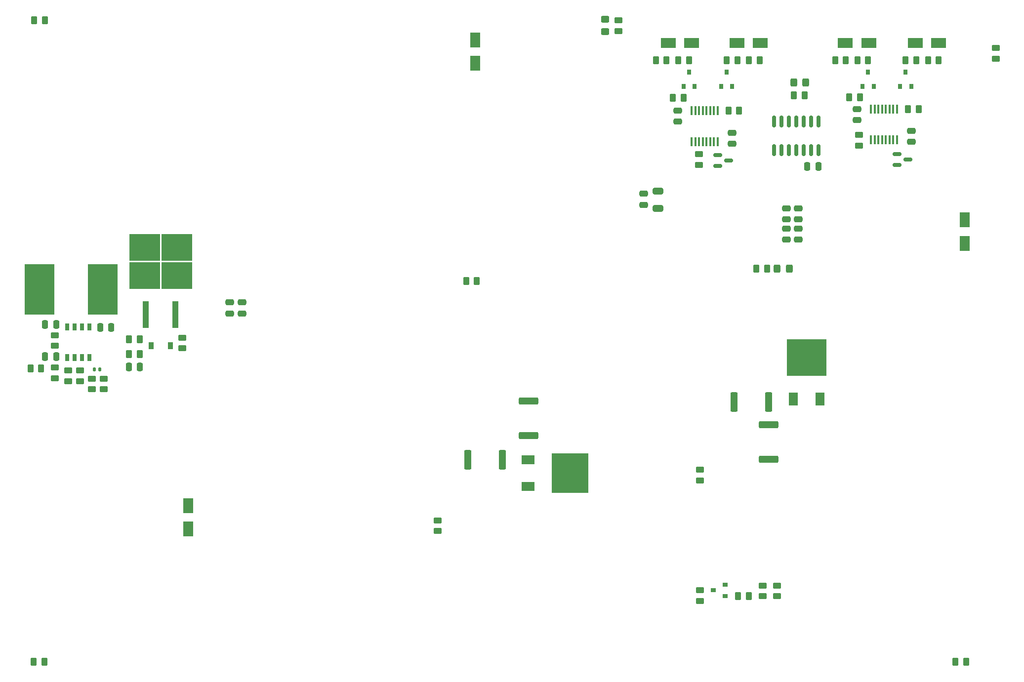
<source format=gtp>
G04 #@! TF.GenerationSoftware,KiCad,Pcbnew,(6.0.6)*
G04 #@! TF.CreationDate,2023-04-23T19:49:20-02:30*
G04 #@! TF.ProjectId,PowerDistributionBoard,506f7765-7244-4697-9374-726962757469,rev?*
G04 #@! TF.SameCoordinates,Original*
G04 #@! TF.FileFunction,Paste,Top*
G04 #@! TF.FilePolarity,Positive*
%FSLAX46Y46*%
G04 Gerber Fmt 4.6, Leading zero omitted, Abs format (unit mm)*
G04 Created by KiCad (PCBNEW (6.0.6)) date 2023-04-23 19:49:20*
%MOMM*%
%LPD*%
G01*
G04 APERTURE LIST*
G04 Aperture macros list*
%AMRoundRect*
0 Rectangle with rounded corners*
0 $1 Rounding radius*
0 $2 $3 $4 $5 $6 $7 $8 $9 X,Y pos of 4 corners*
0 Add a 4 corners polygon primitive as box body*
4,1,4,$2,$3,$4,$5,$6,$7,$8,$9,$2,$3,0*
0 Add four circle primitives for the rounded corners*
1,1,$1+$1,$2,$3*
1,1,$1+$1,$4,$5*
1,1,$1+$1,$6,$7*
1,1,$1+$1,$8,$9*
0 Add four rect primitives between the rounded corners*
20,1,$1+$1,$2,$3,$4,$5,0*
20,1,$1+$1,$4,$5,$6,$7,0*
20,1,$1+$1,$6,$7,$8,$9,0*
20,1,$1+$1,$8,$9,$2,$3,0*%
G04 Aperture macros list end*
%ADD10R,1.800000X2.500000*%
%ADD11RoundRect,0.150000X-0.587500X-0.150000X0.587500X-0.150000X0.587500X0.150000X-0.587500X0.150000X0*%
%ADD12RoundRect,0.250000X-0.450000X0.262500X-0.450000X-0.262500X0.450000X-0.262500X0.450000X0.262500X0*%
%ADD13RoundRect,0.250000X1.425000X-0.362500X1.425000X0.362500X-1.425000X0.362500X-1.425000X-0.362500X0*%
%ADD14R,2.500000X1.800000*%
%ADD15RoundRect,0.250000X-0.475000X0.250000X-0.475000X-0.250000X0.475000X-0.250000X0.475000X0.250000X0*%
%ADD16R,0.410000X1.600000*%
%ADD17RoundRect,0.250000X0.262500X0.450000X-0.262500X0.450000X-0.262500X-0.450000X0.262500X-0.450000X0*%
%ADD18RoundRect,0.250000X0.325000X0.450000X-0.325000X0.450000X-0.325000X-0.450000X0.325000X-0.450000X0*%
%ADD19RoundRect,0.250000X-0.262500X-0.450000X0.262500X-0.450000X0.262500X0.450000X-0.262500X0.450000X0*%
%ADD20R,0.800000X0.900000*%
%ADD21RoundRect,0.147500X-0.147500X-0.172500X0.147500X-0.172500X0.147500X0.172500X-0.147500X0.172500X0*%
%ADD22RoundRect,0.250000X0.450000X-0.262500X0.450000X0.262500X-0.450000X0.262500X-0.450000X-0.262500X0*%
%ADD23RoundRect,0.250000X0.250000X0.475000X-0.250000X0.475000X-0.250000X-0.475000X0.250000X-0.475000X0*%
%ADD24RoundRect,0.250000X0.475000X-0.250000X0.475000X0.250000X-0.475000X0.250000X-0.475000X-0.250000X0*%
%ADD25R,0.900000X0.800000*%
%ADD26R,5.200000X8.750000*%
%ADD27R,6.230000X6.740000*%
%ADD28R,2.280000X1.524000*%
%ADD29RoundRect,0.250000X0.450000X-0.325000X0.450000X0.325000X-0.450000X0.325000X-0.450000X-0.325000X0*%
%ADD30R,6.740000X6.230000*%
%ADD31R,1.524000X2.280000*%
%ADD32RoundRect,0.150000X-0.150000X0.825000X-0.150000X-0.825000X0.150000X-0.825000X0.150000X0.825000X0*%
%ADD33RoundRect,0.250000X-0.362500X-1.425000X0.362500X-1.425000X0.362500X1.425000X-0.362500X1.425000X0*%
%ADD34R,0.900000X1.200000*%
%ADD35R,5.250000X4.550000*%
%ADD36R,1.100000X4.600000*%
%ADD37RoundRect,0.250000X-1.425000X0.362500X-1.425000X-0.362500X1.425000X-0.362500X1.425000X0.362500X0*%
%ADD38RoundRect,0.250000X-0.250000X-0.475000X0.250000X-0.475000X0.250000X0.475000X-0.250000X0.475000X0*%
%ADD39RoundRect,0.250000X-0.650000X0.325000X-0.650000X-0.325000X0.650000X-0.325000X0.650000X0.325000X0*%
%ADD40R,0.762000X1.143000*%
G04 APERTURE END LIST*
D10*
X76575000Y-117250000D03*
X76575000Y-113250000D03*
D11*
X198062500Y-54880000D03*
X198062500Y-52980000D03*
X199937500Y-53930000D03*
D12*
X62125000Y-91462500D03*
X62125000Y-93287500D03*
D13*
X134925000Y-101212500D03*
X134925000Y-95287500D03*
D14*
X205225000Y-33950000D03*
X201225000Y-33950000D03*
D15*
X83700000Y-78400000D03*
X83700000Y-80300000D03*
D16*
X193617500Y-50559300D03*
X194252500Y-50559300D03*
X194887500Y-50559300D03*
X195522500Y-50559300D03*
X196157500Y-50559300D03*
X196792500Y-50559300D03*
X197427500Y-50559300D03*
X198062500Y-50559300D03*
X198062500Y-45250700D03*
X197427500Y-45250700D03*
X196792500Y-45250700D03*
X196157500Y-45250700D03*
X195522500Y-45250700D03*
X194887500Y-45250700D03*
X194252500Y-45250700D03*
X193617500Y-45250700D03*
D17*
X209937500Y-140000000D03*
X208112500Y-140000000D03*
X201802500Y-45255000D03*
X199977500Y-45255000D03*
D18*
X182437500Y-40700000D03*
X180387500Y-40700000D03*
D15*
X154675000Y-59775000D03*
X154675000Y-61675000D03*
D17*
X170712500Y-36900000D03*
X168887500Y-36900000D03*
D19*
X66462500Y-84700000D03*
X68287500Y-84700000D03*
D20*
X192190000Y-41345000D03*
X194090000Y-41345000D03*
X193140000Y-38945000D03*
D21*
X60515000Y-89850000D03*
X61485000Y-89850000D03*
D22*
X150350000Y-31862500D03*
X150350000Y-30037500D03*
X60100000Y-93287500D03*
X60100000Y-91462500D03*
D23*
X184600000Y-55125000D03*
X182700000Y-55125000D03*
D24*
X160520000Y-47415000D03*
X160520000Y-45515000D03*
D22*
X164150000Y-54812500D03*
X164150000Y-52987500D03*
D15*
X179100000Y-62275000D03*
X179100000Y-64175000D03*
D20*
X198615000Y-41345000D03*
X200515000Y-41345000D03*
X199565000Y-38945000D03*
D24*
X179100000Y-67650000D03*
X179100000Y-65750000D03*
D17*
X205240000Y-36900000D03*
X203415000Y-36900000D03*
X201390000Y-36900000D03*
X199565000Y-36900000D03*
D10*
X125800000Y-37425000D03*
X125800000Y-33425000D03*
D25*
X168625000Y-128725000D03*
X168625000Y-126825000D03*
X166625000Y-127775000D03*
D19*
X170862500Y-128725000D03*
X172687500Y-128725000D03*
X187502500Y-36900000D03*
X189327500Y-36900000D03*
D17*
X171012500Y-45500000D03*
X169187500Y-45500000D03*
D26*
X61925000Y-76175000D03*
X51125000Y-76175000D03*
D22*
X119400000Y-117587500D03*
X119400000Y-115762500D03*
X75625000Y-86262500D03*
X75625000Y-84437500D03*
D19*
X156775000Y-36900000D03*
X158600000Y-36900000D03*
D27*
X142040000Y-107650000D03*
D28*
X134895000Y-105370000D03*
X134895000Y-109930000D03*
D19*
X50137500Y-140000000D03*
X51962500Y-140000000D03*
D14*
X174675000Y-33950000D03*
X170675000Y-33950000D03*
X162875000Y-33950000D03*
X158875000Y-33950000D03*
D15*
X85850000Y-78400000D03*
X85850000Y-80300000D03*
D29*
X148025000Y-31937500D03*
X148025000Y-29887500D03*
D12*
X56025000Y-90087500D03*
X56025000Y-91912500D03*
X177525000Y-126937500D03*
X177525000Y-128762500D03*
D23*
X68325000Y-89475000D03*
X66425000Y-89475000D03*
D30*
X182625000Y-87860000D03*
D31*
X180345000Y-95005000D03*
X184905000Y-95005000D03*
D32*
X184610000Y-47350000D03*
X183340000Y-47350000D03*
X182070000Y-47350000D03*
X180800000Y-47350000D03*
X179530000Y-47350000D03*
X178260000Y-47350000D03*
X176990000Y-47350000D03*
X176990000Y-52300000D03*
X178260000Y-52300000D03*
X179530000Y-52300000D03*
X180800000Y-52300000D03*
X182070000Y-52300000D03*
X183340000Y-52300000D03*
X184610000Y-52300000D03*
D19*
X160600000Y-36900000D03*
X162425000Y-36900000D03*
D22*
X164350000Y-108900000D03*
X164350000Y-107075000D03*
D19*
X50225000Y-30000000D03*
X52050000Y-30000000D03*
D22*
X58050000Y-91912500D03*
X58050000Y-90087500D03*
D20*
X161485000Y-41345000D03*
X163385000Y-41345000D03*
X162435000Y-38945000D03*
D33*
X170187500Y-95475000D03*
X176112500Y-95475000D03*
D19*
X159662500Y-43300000D03*
X161487500Y-43300000D03*
D33*
X124537500Y-105350000D03*
X130462500Y-105350000D03*
D24*
X191265000Y-47155000D03*
X191265000Y-45255000D03*
D22*
X191550000Y-51537500D03*
X191550000Y-49712500D03*
D17*
X68287500Y-87300000D03*
X66462500Y-87300000D03*
D14*
X193250000Y-33950000D03*
X189250000Y-33950000D03*
D34*
X70225000Y-85850000D03*
X73525000Y-85850000D03*
D12*
X215000000Y-34787500D03*
X215000000Y-36612500D03*
D35*
X69125000Y-68950000D03*
X74675000Y-68950000D03*
X74675000Y-73800000D03*
X69125000Y-73800000D03*
D36*
X69360000Y-80525000D03*
X74440000Y-80525000D03*
D17*
X174537500Y-36900000D03*
X172712500Y-36900000D03*
D24*
X169785000Y-51195000D03*
X169785000Y-49295000D03*
X200515000Y-50900000D03*
X200515000Y-49000000D03*
D15*
X181175000Y-65750000D03*
X181175000Y-67650000D03*
D12*
X53775000Y-89562500D03*
X53775000Y-91387500D03*
D20*
X167935000Y-41345000D03*
X169835000Y-41345000D03*
X168885000Y-38945000D03*
D18*
X179612500Y-72625000D03*
X177562500Y-72625000D03*
D10*
X209675000Y-64275000D03*
X209675000Y-68275000D03*
D12*
X53775000Y-84037500D03*
X53775000Y-85862500D03*
D16*
X162912500Y-50824300D03*
X163547500Y-50824300D03*
X164182500Y-50824300D03*
X164817500Y-50824300D03*
X165452500Y-50824300D03*
X166087500Y-50824300D03*
X166722500Y-50824300D03*
X167357500Y-50824300D03*
X167357500Y-45515700D03*
X166722500Y-45515700D03*
X166087500Y-45515700D03*
X165452500Y-45515700D03*
X164817500Y-45515700D03*
X164182500Y-45515700D03*
X163547500Y-45515700D03*
X162912500Y-45515700D03*
D23*
X53975000Y-82200000D03*
X52075000Y-82200000D03*
D17*
X126087500Y-74775000D03*
X124262500Y-74775000D03*
D12*
X164300000Y-127762500D03*
X164300000Y-129587500D03*
D19*
X191302500Y-36900000D03*
X193127500Y-36900000D03*
D37*
X176100000Y-99387500D03*
X176100000Y-105312500D03*
D17*
X175825000Y-72625000D03*
X174000000Y-72625000D03*
D23*
X53975000Y-87700000D03*
X52075000Y-87700000D03*
D38*
X61525000Y-82700000D03*
X63425000Y-82700000D03*
D17*
X51412500Y-89700000D03*
X49587500Y-89700000D03*
D19*
X180400000Y-42900000D03*
X182225000Y-42900000D03*
D11*
X167362500Y-55025000D03*
X167362500Y-53125000D03*
X169237500Y-54075000D03*
D19*
X189912500Y-43250000D03*
X191737500Y-43250000D03*
D22*
X175075000Y-128762500D03*
X175075000Y-126937500D03*
D24*
X181175000Y-64175000D03*
X181175000Y-62275000D03*
D39*
X157125000Y-59350000D03*
X157125000Y-62300000D03*
D40*
X55885000Y-87853500D03*
X57155000Y-87853500D03*
X58425000Y-87853500D03*
X59695000Y-87853500D03*
X59695000Y-82646500D03*
X58425000Y-82646500D03*
X57155000Y-82646500D03*
X55885000Y-82646500D03*
M02*

</source>
